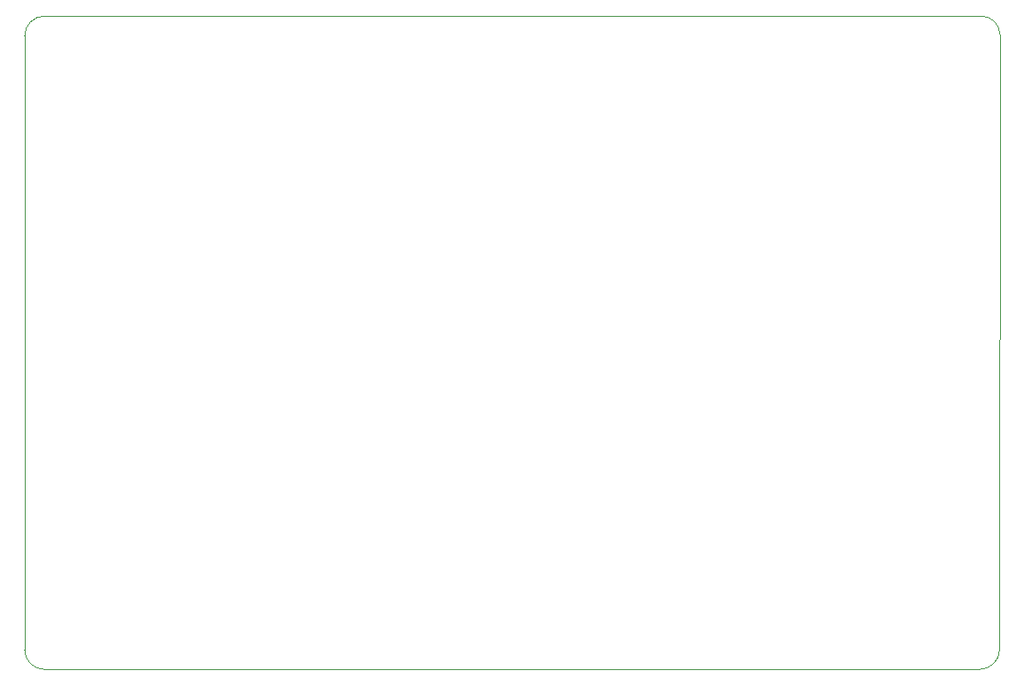
<source format=gbr>
%TF.GenerationSoftware,KiCad,Pcbnew,8.0.2*%
%TF.CreationDate,2024-06-02T13:55:41-07:00*%
%TF.ProjectId,RLS_PCBA,524c535f-5043-4424-912e-6b696361645f,rev?*%
%TF.SameCoordinates,Original*%
%TF.FileFunction,Profile,NP*%
%FSLAX46Y46*%
G04 Gerber Fmt 4.6, Leading zero omitted, Abs format (unit mm)*
G04 Created by KiCad (PCBNEW 8.0.2) date 2024-06-02 13:55:41*
%MOMM*%
%LPD*%
G01*
G04 APERTURE LIST*
%TA.AperFunction,Profile*%
%ADD10C,0.050000*%
%TD*%
G04 APERTURE END LIST*
D10*
X98983800Y-84429600D02*
X188549033Y-84429600D01*
X188549033Y-84429600D02*
G75*
G02*
X190316800Y-86197367I-33J-1767800D01*
G01*
X188391800Y-146903367D02*
X98983800Y-146913600D01*
X190276800Y-145018369D02*
X190316800Y-86197367D01*
X97098800Y-86314598D02*
X97098800Y-145028602D01*
X190276800Y-145018369D02*
G75*
G02*
X188391800Y-146903300I-1885000J69D01*
G01*
X98983800Y-146913600D02*
G75*
G02*
X97098800Y-145028602I0J1885000D01*
G01*
X97098800Y-86314598D02*
G75*
G02*
X98983800Y-84429600I1885000J-2D01*
G01*
M02*

</source>
